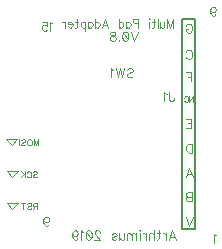
<source format=gbo>
G04 DipTrace 3.3.1.1*
G04 BottomSilk.gbo*
%MOIN*%
G04 #@! TF.FileFunction,Legend,Bot*
G04 #@! TF.Part,Single*
%ADD18C,0.004*%
%ADD19C,0.005118*%
%ADD54C,0.004632*%
%ADD55C,0.003281*%
%ADD56C,0.003088*%
%ADD57C,0.002187*%
%FSLAX26Y26*%
G04*
G70*
G90*
G75*
G01*
G04 BotSilk*
%LPD*%
X402703Y649950D2*
D18*
X440201D1*
X421453Y631201D1*
X402703Y649950D1*
X399953Y756199D2*
X437450D1*
X418702Y737451D1*
X399953Y756199D1*
X402703Y543701D2*
X440201D1*
X421453Y524951D1*
X402703Y543701D1*
X987451Y1156201D2*
D19*
X1031201D1*
Y456201D1*
X987451D1*
Y1156201D1*
X944751Y912436D2*
D54*
Y889489D1*
X946177Y885178D1*
X947636Y883752D1*
X950488Y882292D1*
X953373D1*
X956225Y883752D1*
X957651Y885178D1*
X959110Y889489D1*
Y892340D1*
X935488Y906666D2*
X932602Y908125D1*
X928291Y912403D1*
Y882292D1*
X803541Y988146D2*
X806393Y991032D1*
X810704Y992457D1*
X816441D1*
X820752Y991032D1*
X823637Y988146D1*
Y985295D1*
X822178Y982409D1*
X820752Y980984D1*
X817900Y979558D1*
X809278Y976672D1*
X806393Y975247D1*
X804967Y973787D1*
X803541Y970936D1*
Y966624D1*
X806393Y963773D1*
X810704Y962313D1*
X816441D1*
X820752Y963773D1*
X823637Y966624D1*
X794278Y992457D2*
X787082Y962313D1*
X779919Y992457D1*
X772756Y962313D1*
X765560Y992457D1*
X756296Y986687D2*
X753411Y988146D1*
X749100Y992424D1*
Y962313D1*
X936886Y1128380D2*
Y1158524D1*
X947213Y1128380D1*
X957539Y1158524D1*
Y1128380D1*
X928549Y1148476D2*
Y1134117D1*
X927266Y1129839D1*
X924669Y1128380D1*
X920789D1*
X918222Y1129839D1*
X914342Y1134117D1*
Y1148476D2*
Y1128380D1*
X906005Y1158524D2*
Y1128380D1*
X893788Y1158524D2*
Y1134117D1*
X892505Y1129839D1*
X889908Y1128380D1*
X887342D1*
X897668Y1148476D2*
X888625D1*
X879004Y1158524D2*
X877721Y1157098D1*
X876408Y1158524D1*
X877721Y1159983D1*
X879004Y1158524D1*
X877721Y1148476D2*
Y1128380D1*
X841826Y1142739D2*
X830186D1*
X826336Y1144165D1*
X825023Y1145624D1*
X823740Y1148476D1*
Y1152787D1*
X825023Y1155639D1*
X826336Y1157098D1*
X830186Y1158524D1*
X841826D1*
Y1128380D1*
X799913Y1148476D2*
Y1128380D1*
Y1144165D2*
X802479Y1147050D1*
X805076Y1148476D1*
X808926D1*
X811523Y1147050D1*
X814089Y1144165D1*
X815402Y1139854D1*
Y1137002D1*
X814089Y1132691D1*
X811523Y1129839D1*
X808926Y1128380D1*
X805076D1*
X802479Y1129839D1*
X799913Y1132691D1*
X776086Y1158524D2*
Y1128380D1*
Y1144165D2*
X778652Y1147050D1*
X781249Y1148476D1*
X785129D1*
X787696Y1147050D1*
X790292Y1144165D1*
X791575Y1139854D1*
Y1137002D1*
X790292Y1132691D1*
X787696Y1129839D1*
X785129Y1128380D1*
X781249D1*
X778652Y1129839D1*
X776086Y1132691D1*
X720821Y1128380D2*
X731177Y1158524D1*
X741504Y1128380D1*
X737624Y1138428D2*
X724701D1*
X696994Y1158524D2*
Y1128380D1*
Y1144165D2*
X699561Y1147050D1*
X702157Y1148476D1*
X706037D1*
X708604Y1147050D1*
X711200Y1144165D1*
X712484Y1139854D1*
Y1137002D1*
X711200Y1132691D1*
X708604Y1129839D1*
X706037Y1128380D1*
X702157D1*
X699561Y1129839D1*
X696994Y1132691D1*
X673167Y1148476D2*
Y1128380D1*
Y1144165D2*
X675734Y1147050D1*
X678330Y1148476D1*
X682180D1*
X684777Y1147050D1*
X687343Y1144165D1*
X688657Y1139854D1*
Y1137002D1*
X687343Y1132691D1*
X684777Y1129839D1*
X682180Y1128380D1*
X678330D1*
X675734Y1129839D1*
X673167Y1132691D1*
X664830Y1148476D2*
Y1118332D1*
Y1144165D2*
X662233Y1147017D1*
X659666Y1148476D1*
X655786D1*
X653190Y1147017D1*
X650623Y1144165D1*
X649310Y1139854D1*
Y1136969D1*
X650623Y1132691D1*
X653190Y1129806D1*
X655786Y1128380D1*
X659666D1*
X662233Y1129806D1*
X664830Y1132691D1*
X637093Y1158524D2*
Y1134117D1*
X635810Y1129839D1*
X633213Y1128380D1*
X630646D1*
X640973Y1148476D2*
X631930D1*
X622309Y1139854D2*
X606819D1*
Y1142739D1*
X608103Y1145624D1*
X609386Y1147050D1*
X611982Y1148476D1*
X615862D1*
X618429Y1147050D1*
X621026Y1144165D1*
X622309Y1139854D1*
Y1137002D1*
X621026Y1132691D1*
X618429Y1129839D1*
X615862Y1128380D1*
X611982D1*
X609386Y1129839D1*
X606819Y1132691D1*
X598482Y1148476D2*
Y1128380D1*
Y1139854D2*
X597169Y1144165D1*
X594602Y1147050D1*
X592006Y1148476D1*
X588126D1*
X1100898Y436321D2*
D55*
X1098013Y437780D1*
X1093702Y442058D1*
Y411947D1*
X839799Y1114775D2*
D54*
X828325Y1084631D1*
X816851Y1114775D1*
X798966Y1114742D2*
X803277Y1113316D1*
X806162Y1109005D1*
X807588Y1101842D1*
Y1097531D1*
X806162Y1090368D1*
X803277Y1086057D1*
X798966Y1084631D1*
X796114D1*
X791803Y1086057D1*
X788951Y1090368D1*
X787492Y1097531D1*
Y1101842D1*
X788951Y1109005D1*
X791803Y1113316D1*
X796114Y1114742D1*
X798966D1*
X788951Y1109005D2*
X806162Y1090368D1*
X776802Y1087516D2*
X778228Y1086057D1*
X776802Y1084631D1*
X775343Y1086057D1*
X776802Y1087516D1*
X758917Y1114742D2*
X763194Y1113316D1*
X764654Y1110464D1*
Y1107579D1*
X763194Y1104727D1*
X760343Y1103268D1*
X754606Y1101842D1*
X750295Y1100416D1*
X747443Y1097531D1*
X746017Y1094679D1*
Y1090368D1*
X747443Y1087516D1*
X748869Y1086057D1*
X753180Y1084631D1*
X758917D1*
X763194Y1086057D1*
X764654Y1087516D1*
X766080Y1090368D1*
Y1094679D1*
X764654Y1097531D1*
X761768Y1100416D1*
X757491Y1101842D1*
X751754Y1103268D1*
X748869Y1104727D1*
X747443Y1107579D1*
Y1110464D1*
X748869Y1113316D1*
X753180Y1114742D1*
X758917D1*
X943729Y422131D2*
X955236Y452275D1*
X966710Y422131D1*
X962399Y432179D2*
X948040D1*
X934466Y442227D2*
Y422131D1*
Y433605D2*
X933007Y437916D1*
X930155Y440801D1*
X927270Y442227D1*
X922959D1*
X909384Y452275D2*
Y427868D1*
X907958Y423590D1*
X905073Y422131D1*
X902221D1*
X913695Y442227D2*
X903647D1*
X892958Y452275D2*
Y422131D1*
Y436490D2*
X888647Y440801D1*
X885761Y442227D1*
X881450D1*
X878599Y440801D1*
X877173Y436490D1*
Y422131D1*
X867909Y442227D2*
Y422131D1*
Y433605D2*
X866450Y437916D1*
X863598Y440801D1*
X860713Y442227D1*
X856402D1*
X847138Y452275D2*
X845712Y450849D1*
X844253Y452275D1*
X845712Y453734D1*
X847138Y452275D1*
X845712Y442227D2*
Y422131D1*
X834990Y442227D2*
Y422131D1*
Y436490D2*
X830679Y440801D1*
X827794Y442227D1*
X823516D1*
X820631Y440801D1*
X819205Y436490D1*
Y422131D1*
Y436490D2*
X814894Y440801D1*
X812009Y442227D1*
X807731D1*
X804846Y440801D1*
X803387Y436490D1*
Y422131D1*
X794123Y442227D2*
Y427868D1*
X792697Y423590D1*
X789812Y422131D1*
X785501D1*
X782649Y423590D1*
X778338Y427868D1*
Y442227D2*
Y422131D1*
X753290Y437916D2*
X754716Y440801D1*
X759027Y442227D1*
X763338D1*
X767649Y440801D1*
X769075Y437916D1*
X767649Y435064D1*
X764764Y433605D1*
X757601Y432179D1*
X754716Y430753D1*
X753290Y427868D1*
Y426442D1*
X754716Y423590D1*
X759027Y422131D1*
X763338D1*
X767649Y423590D1*
X769075Y426442D1*
X713406Y445079D2*
Y446505D1*
X711980Y449390D1*
X710554Y450816D1*
X707669Y452242D1*
X701932D1*
X699080Y450816D1*
X697655Y449390D1*
X696195Y446505D1*
Y443653D1*
X697655Y440768D1*
X700506Y436490D1*
X714865Y422131D1*
X694769D1*
X676884Y452242D2*
X681195Y450816D1*
X684080Y446505D1*
X685506Y439342D1*
Y435031D1*
X684080Y427868D1*
X681195Y423557D1*
X676884Y422131D1*
X674032D1*
X669721Y423557D1*
X666869Y427868D1*
X665410Y435031D1*
Y439342D1*
X666869Y446505D1*
X669721Y450816D1*
X674032Y452242D1*
X676884D1*
X666869Y446505D2*
X684080Y427868D1*
X656146Y446505D2*
X653261Y447964D1*
X648950Y452242D1*
Y422131D1*
X621017Y442227D2*
X622476Y437916D1*
X625328Y435031D1*
X629639Y433605D1*
X631065D1*
X635376Y435031D1*
X638228Y437916D1*
X639687Y442227D1*
Y443653D1*
X638228Y447964D1*
X635376Y450816D1*
X631065Y452242D1*
X629639D1*
X625328Y450816D1*
X622476Y447964D1*
X621017Y442227D1*
Y435031D1*
X622476Y427868D1*
X625328Y423557D1*
X629639Y422131D1*
X632491D1*
X636802Y423557D1*
X638228Y426442D1*
X492468Y735571D2*
D56*
Y755667D1*
X500117Y735571D1*
X507766Y755667D1*
Y735571D1*
X480544Y755667D2*
X482467Y754716D1*
X484369Y752793D1*
X485341Y750891D1*
X486292Y748017D1*
Y743220D1*
X485341Y740368D1*
X484369Y738445D1*
X482467Y736543D1*
X480544Y735571D1*
X476719D1*
X474818Y736543D1*
X472895Y738445D1*
X471944Y740368D1*
X470993Y743220D1*
Y748017D1*
X471944Y750891D1*
X472895Y752793D1*
X474818Y754716D1*
X476719Y755667D1*
X480544D1*
X451420Y752793D2*
X453322Y754716D1*
X456196Y755667D1*
X460020D1*
X462894Y754716D1*
X464818Y752793D1*
Y750891D1*
X463845Y748968D1*
X462894Y748017D1*
X460993Y747067D1*
X455245Y745143D1*
X453322Y744193D1*
X452371Y743220D1*
X451420Y741319D1*
Y738445D1*
X453322Y736543D1*
X456196Y735571D1*
X460020D1*
X462894Y736543D1*
X464818Y738445D1*
X445245Y755667D2*
Y735571D1*
X490481Y646543D2*
X492382Y648467D1*
X495256Y649417D1*
X499080D1*
X501954Y648467D1*
X503878Y646543D1*
Y644642D1*
X502905Y642719D1*
X501954Y641768D1*
X500053Y640817D1*
X494305Y638894D1*
X492382Y637943D1*
X491431Y636971D1*
X490481Y635069D1*
Y632195D1*
X492382Y630294D1*
X495256Y629321D1*
X499080D1*
X501954Y630294D1*
X503878Y632195D1*
X469957Y644642D2*
X470907Y646543D1*
X472831Y648467D1*
X474732Y649417D1*
X478557D1*
X480480Y648467D1*
X482381Y646543D1*
X483354Y644642D1*
X484305Y641768D1*
Y636971D1*
X483354Y634119D1*
X482381Y632195D1*
X480480Y630294D1*
X478557Y629321D1*
X474732D1*
X472831Y630294D1*
X470907Y632195D1*
X469957Y634119D1*
X463781Y649417D2*
Y629321D1*
X450384Y649417D2*
X463781Y636020D1*
X459006Y640817D2*
X450384Y629321D1*
X1081202Y1188292D2*
D55*
X1082661Y1183981D1*
X1085513Y1181096D1*
X1089824Y1179670D1*
X1091250D1*
X1095561Y1181096D1*
X1098413Y1183981D1*
X1099872Y1188292D1*
Y1189718D1*
X1098413Y1194029D1*
X1095561Y1196881D1*
X1091250Y1198307D1*
X1089824D1*
X1085513Y1196881D1*
X1082661Y1194029D1*
X1081202Y1188292D1*
Y1181096D1*
X1082661Y1173933D1*
X1085513Y1169622D1*
X1089824Y1168196D1*
X1092676D1*
X1096987Y1169622D1*
X1098413Y1172507D1*
X524951Y488292D2*
X526411Y483981D1*
X529262Y481096D1*
X533573Y479670D1*
X534999D1*
X539310Y481096D1*
X542162Y483981D1*
X543621Y488292D1*
Y489718D1*
X542162Y494029D1*
X539310Y496881D1*
X534999Y498307D1*
X533573D1*
X529262Y496881D1*
X526411Y494029D1*
X524951Y488292D1*
Y481096D1*
X526411Y473933D1*
X529262Y469622D1*
X533573Y468196D1*
X536425D1*
X540736Y469622D1*
X542162Y472507D1*
X552555Y1142571D2*
X549669Y1144030D1*
X545358Y1148308D1*
Y1118197D1*
X521586Y1148308D2*
X535912D1*
X537338Y1135408D1*
X535912Y1136834D1*
X531601Y1138293D1*
X527323D1*
X523012Y1136834D1*
X520127Y1133982D1*
X518701Y1129671D1*
Y1126820D1*
X520127Y1122508D1*
X523012Y1119623D1*
X527323Y1118197D1*
X531601D1*
X535912Y1119623D1*
X537338Y1121083D1*
X538797Y1123934D1*
X504039Y533594D2*
D56*
X495439D1*
X492565Y534567D1*
X491592Y535517D1*
X490641Y537419D1*
Y539342D1*
X491592Y541243D1*
X492565Y542216D1*
X495439Y543167D1*
X504039D1*
Y523071D1*
X497340Y533594D2*
X490641Y523071D1*
X471068Y540293D2*
X472970Y542216D1*
X475844Y543167D1*
X479668D1*
X482542Y542216D1*
X484466Y540293D1*
Y538391D1*
X483493Y536468D1*
X482542Y535517D1*
X480641Y534567D1*
X474893Y532643D1*
X472970Y531693D1*
X472019Y530720D1*
X471068Y528819D1*
Y525945D1*
X472970Y524043D1*
X475844Y523071D1*
X479668D1*
X482542Y524043D1*
X484466Y525945D1*
X458194Y543167D2*
Y523071D1*
X464893Y543167D2*
X451495D1*
X999951Y1047428D2*
D54*
X1001377Y1050280D1*
X1004262Y1053165D1*
X1007114Y1054591D1*
X1012851D1*
X1015736Y1053165D1*
X1018588Y1050280D1*
X1020047Y1047428D1*
X1021473Y1043117D1*
Y1035921D1*
X1020047Y1031643D1*
X1018588Y1028758D1*
X1015736Y1025906D1*
X1012851Y1024447D1*
X1007114D1*
X1004262Y1025906D1*
X1001377Y1028758D1*
X999951Y1031643D1*
Y979591D2*
X1018621D1*
Y949447D1*
Y965232D2*
X1007147D1*
X999951Y823342D2*
X1018588D1*
Y793198D1*
X999951D1*
X1018588Y808983D2*
X1007114D1*
X1020047Y742091D2*
Y711947D1*
X1009999D1*
X1005688Y713406D1*
X1002803Y716258D1*
X1001377Y719143D1*
X999951Y723421D1*
Y730617D1*
X1001377Y734928D1*
X1002803Y737780D1*
X1005688Y740665D1*
X1009999Y742091D1*
X1020047D1*
X999951Y630698D2*
X1011458Y660842D1*
X1022932Y630698D1*
X1018621Y640746D2*
X1004262D1*
X1020047Y579591D2*
Y549447D1*
X1007114D1*
X1002803Y550906D1*
X1001377Y552332D1*
X999951Y555184D1*
Y559495D1*
X1001377Y562380D1*
X1002803Y563806D1*
X1007114Y565232D1*
X1002803Y566691D1*
X1001377Y568117D1*
X999951Y570969D1*
Y573854D1*
X1001377Y576706D1*
X1002803Y578165D1*
X1007114Y579591D1*
X1020047D1*
Y565232D2*
X1007114D1*
X999951Y1134928D2*
X1001377Y1137780D1*
X1004262Y1140665D1*
X1007114Y1142091D1*
X1012851D1*
X1015736Y1140665D1*
X1018588Y1137780D1*
X1020047Y1134928D1*
X1021473Y1130617D1*
Y1123421D1*
X1020047Y1119143D1*
X1018588Y1116258D1*
X1015736Y1113406D1*
X1012851Y1111947D1*
X1007114D1*
X1004262Y1113406D1*
X1001377Y1116258D1*
X999951Y1119143D1*
Y1123421D1*
X1007114D1*
X1022899Y498342D2*
X1011425Y468198D1*
X999951Y498342D1*
X1011645Y899868D2*
D57*
Y879772D1*
X1023702Y899868D1*
Y879772D1*
X994794Y895092D2*
X995650Y896994D1*
X997381Y898917D1*
X999092Y899868D1*
X1002534D1*
X1004265Y898917D1*
X1005977Y896994D1*
X1006852Y895092D1*
X1007708Y892218D1*
Y887421D1*
X1006852Y884569D1*
X1005977Y882646D1*
X1004265Y880744D1*
X1002534Y879772D1*
X999092D1*
X997381Y880744D1*
X995650Y882646D1*
X994794Y884569D1*
M02*

</source>
